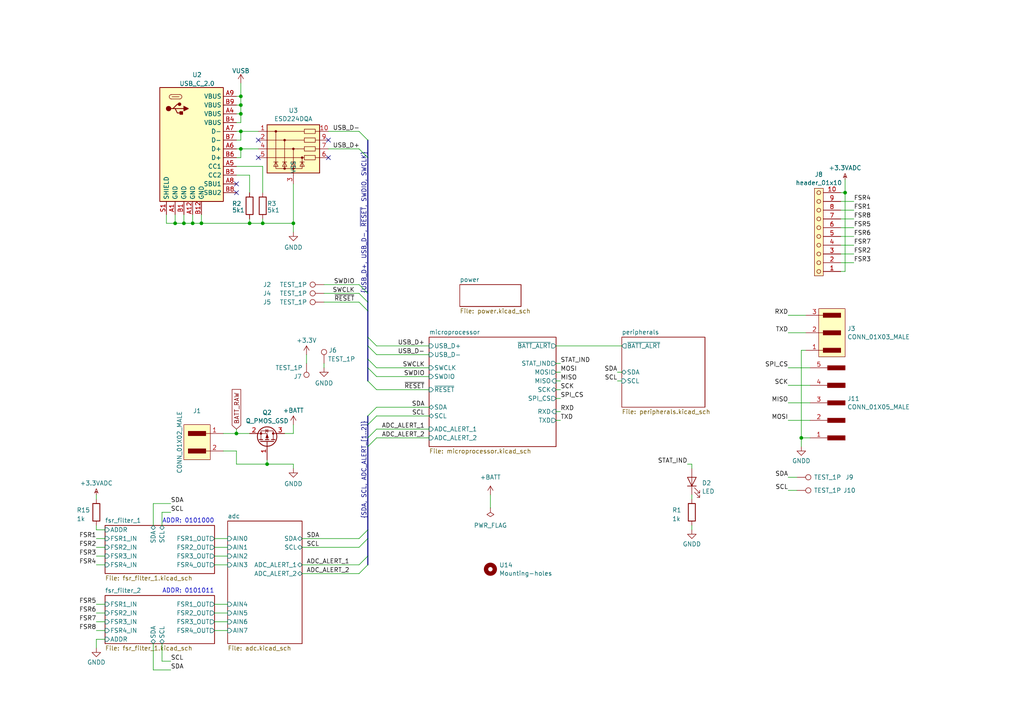
<source format=kicad_sch>
(kicad_sch (version 20231120) (generator "eeschema") (generator_version "8.0")
  (paper "A4")
  (lib_symbols
    (symbol "0.power-symbols:+3.3V" (power) (pin_names (offset 0))
      (property "Value" "+3.3V" (at 0 3.556 0))
      (symbol "+3.3V_0_1"
        (polyline (pts (xy -0.762 1.27) (xy 0 2.54)))
        (polyline (pts (xy 0 0) (xy 0 2.54)))
        (polyline (pts (xy 0 2.54) (xy 0.762 1.27)))
      )
      (symbol "+3.3V_1_1"
        (pin power_in line (at 0 0 90) (length 0) hide (name "+3V3") (number "1"))
      )
    )
    (symbol "0.power-symbols:+3.3VADC" (power) (pin_names (offset 0))
      (property "Value" "+3.3VADC" (at 0 2.54 0))
      (symbol "+3.3VADC_0_0"
        (pin power_in line (at 0 0 90) (length 0) hide (name "+3.3VADC") (number "1"))
      )
      (symbol "+3.3VADC_0_1"
        (polyline (pts (xy 0 0) (xy 0 1.016) (xy 0 1.016)))
        (polyline (pts (xy 0 1.016) (xy 0.508 0.508) (xy 0 1.778) (xy -0.508 0.508) (xy 0 1.016) (xy 0 1.016)))
      )
    )
    (symbol "0.power-symbols:+BATT" (power) (pin_names (offset 0))
      (property "Value" "+BATT" (at 0 3.556 0))
      (symbol "+BATT_0_1"
        (polyline (pts (xy -0.762 1.27) (xy 0 2.54)))
        (polyline (pts (xy 0 0) (xy 0 2.54)))
        (polyline (pts (xy 0 2.54) (xy 0.762 1.27)))
      )
      (symbol "+BATT_1_1"
        (pin power_in line (at 0 0 90) (length 0) hide (name "+BATT") (number "1"))
      )
    )
    (symbol "0.power-symbols:GNDD" (power) (pin_names (offset 0))
      (property "Value" "GNDD" (at 0 -3.81 0))
      (symbol "GNDD_0_1"
        (polyline (pts (xy 0 0) (xy 0 -1.27) (xy 1.27 -1.27) (xy 0 -2.54) (xy -1.27 -1.27) (xy 0 -1.27)))
      )
      (symbol "GNDD_1_1"
        (pin power_in line (at 0 0 270) (length 0) hide (name "GNDD") (number "1"))
      )
    )
    (symbol "0.power-symbols:PWR_FLAG" (power) (pin_numbers hide) (pin_names (offset 0) hide)
      (property "Value" "PWR_FLAG" (at 0 3.81 0))
      (symbol "PWR_FLAG_0_0"
        (pin power_out line (at 0 0 90) (length 0) (name "pwr") (number "1"))
      )
      (symbol "PWR_FLAG_0_1"
        (polyline (pts (xy 0 0) (xy 0 1.27) (xy -1.016 1.905) (xy 0 2.54) (xy 1.016 1.905) (xy 0 1.27)))
      )
    )
    (symbol "0.power-symbols:VUSB" (power) (pin_names (offset 0))
      (property "Value" "VUSB" (at 0 3.556 0))
      (symbol "VUSB_0_1"
        (polyline (pts (xy -0.762 1.27) (xy 0 2.54)))
        (polyline (pts (xy 0 0) (xy 0 2.54)))
        (polyline (pts (xy 0 2.54) (xy 0.762 1.27)))
      )
      (symbol "VUSB_1_1"
        (pin power_in line (at 0 0 90) (length 0) hide (name "VUSB") (number "1"))
      )
    )
    (symbol "1.semi.discrete:Q_PMOS_GSD" (pin_names (offset 0) hide)
      (property "Reference" "Q" (at 5.08 1.27 0))
      (property "Value" "Q_PMOS_GSD" (at 5.08 -1.27 0))
      (symbol "Q_PMOS_GSD_0_1"
        (polyline (pts (xy 0.0508 0) (xy 0.254 0)))
        (polyline (pts (xy 0.762 -1.778) (xy 2.54 -1.778)))
        (polyline (pts (xy 0.762 -1.27) (xy 0.762 -2.286)) (stroke (width 0.254)))
        (polyline (pts (xy 0.762 0) (xy 2.54 0)))
        (polyline (pts (xy 0.762 0.508) (xy 0.762 -0.508)) (stroke (width 0.254)))
        (polyline (pts (xy 0.762 1.778) (xy 2.54 1.778)))
        (polyline (pts (xy 0.762 2.286) (xy 0.762 1.27)) (stroke (width 0.254)))
        (polyline (pts (xy 2.54 -1.778) (xy 2.54 -2.54)))
        (polyline (pts (xy 2.54 -1.778) (xy 2.54 0)))
        (polyline (pts (xy 2.54 2.54) (xy 2.54 1.778)))
        (polyline (pts (xy 0.254 1.905) (xy 0.254 -1.905) (xy 0.254 -1.905)) (stroke (width 0.254)))
        (polyline (pts (xy 2.286 0) (xy 1.27 -0.381) (xy 1.27 0.381) (xy 2.286 0)) (fill (type outline)))
        (polyline (pts (xy 2.54 -1.778) (xy 3.302 -1.778) (xy 3.302 1.778) (xy 2.54 1.778)))
        (polyline (pts (xy 2.794 -0.508) (xy 2.921 -0.381) (xy 3.683 -0.381) (xy 3.81 -0.254)))
        (polyline (pts (xy 3.302 -0.381) (xy 2.921 0.254) (xy 3.683 0.254) (xy 3.302 -0.381)))
        (circle (center 1.651 0) (radius 2.8194) (stroke (width 0.254)))
        (circle (center 2.54 -1.778) (radius 0.2794) (fill (type outline)))
        (circle (center 2.54 1.778) (radius 0.2794) (fill (type outline)))
      )
      (symbol "Q_PMOS_GSD_1_1"
        (pin input line (at -5.08 0 0) (length 5.08) (name "G") (number "1"))
        (pin passive line (at 2.54 -5.08 90) (length 2.54) (name "S") (number "2"))
        (pin passive line (at 2.54 5.08 270) (length 2.54) (name "D") (number "3"))
      )
    )
    (symbol "1.semi.opto:LED" (pin_numbers hide) (pin_names (offset 1.016) hide)
      (property "Reference" "D" (at 0 2.54 0))
      (property "Value" "LED" (at 0 -2.54 0))
      (symbol "LED_0_1"
        (polyline (pts (xy -1.27 -1.27) (xy -1.27 1.27)) (stroke (width 0.2032)))
        (polyline (pts (xy -1.27 0) (xy 1.27 0)))
        (polyline (pts (xy 1.27 -1.27) (xy 1.27 1.27) (xy -1.27 0) (xy 1.27 -1.27)) (stroke (width 0.2032)))
        (polyline (pts (xy -3.048 -0.762) (xy -4.572 -2.286) (xy -3.81 -2.286) (xy -4.572 -2.286) (xy -4.572 -1.524)))
        (polyline (pts (xy -1.778 -0.762) (xy -3.302 -2.286) (xy -2.54 -2.286) (xy -3.302 -2.286) (xy -3.302 -1.524)))
      )
      (symbol "LED_1_1"
        (pin passive line (at -3.81 0 0) (length 2.54) (name "K") (number "1"))
        (pin passive line (at 3.81 0 180) (length 2.54) (name "A") (number "2"))
      )
    )
    (symbol "2.passive:R" (pin_numbers hide) (pin_names (offset 0))
      (property "Reference" "R" (at 2.032 0 90))
      (property "Value" "R" (at 0 0 90))
      (symbol "R_0_1"
        (rectangle (start -1.016 -2.54) (end 1.016 2.54) (stroke (width 0.254)))
      )
      (symbol "R_1_1"
        (pin passive line (at 0 3.81 270) (length 1.27) (name "~") (number "1"))
        (pin passive line (at 0 -3.81 90) (length 1.27) (name "~") (number "2"))
      )
    )
    (symbol "4.power.circuitProtection:ESD224DQA"
      (property "Reference" "U" (at 0 2.54 0))
      (property "Value" "ESD224DQA" (at 0 0 0))
      (symbol "ESD224DQA_0_0"
        (polyline (pts (xy -2.54 -13.335) (xy -2.54 -5.08)))
        (polyline (pts (xy 0 -7.62) (xy 0 -14.605)))
      )
      (symbol "ESD224DQA_0_1"
        (rectangle (start -7.62 -0.635) (end 7.62 -14.605) (stroke (width 0.254)) (fill (type background)))
        (circle (center -5.08 -2.54) (radius 0.2794) (fill (type outline)))
        (circle (center -2.54 -13.335) (radius 0.2794) (fill (type outline)))
        (circle (center -2.54 -5.08) (radius 0.2794) (fill (type outline)))
        (circle (center 0 -13.335) (radius 0.2794) (fill (type outline)))
        (circle (center 0 -7.62) (radius 0.2794) (fill (type outline)))
        (polyline (pts (xy -7.62 -10.16) (xy 3.175 -10.16)))
        (polyline (pts (xy -7.62 -7.62) (xy 1.27 -7.62)))
        (polyline (pts (xy -7.62 -5.08) (xy -5.08 -5.08)))
        (polyline (pts (xy -7.62 -2.54) (xy -7.62 -2.54)))
        (polyline (pts (xy -4.445 -11.43) (xy -5.715 -11.43)))
        (polyline (pts (xy -1.905 -11.43) (xy -3.175 -11.43)))
        (polyline (pts (xy 0 -14.605) (xy 0 -15.24)))
        (polyline (pts (xy 0.635 -11.43) (xy -0.635 -11.43)))
        (polyline (pts (xy 3.175 -11.43) (xy 1.905 -11.43)))
        (polyline (pts (xy 3.175 -7.62) (xy 1.27 -7.62)) (stroke (width 0.1524)))
        (polyline (pts (xy 3.175 -2.54) (xy -7.62 -2.54)) (stroke (width 0.1524)))
        (polyline (pts (xy 7.62 -10.16) (xy 6.35 -10.16)) (stroke (width 0.1524)))
        (polyline (pts (xy 7.62 -7.62) (xy 6.35 -7.62)) (stroke (width 0.1524)))
        (polyline (pts (xy 7.62 -5.08) (xy 6.35 -5.08)) (stroke (width 0.1524)))
        (polyline (pts (xy 7.62 -2.54) (xy 6.35 -2.54)) (stroke (width 0.1524)))
        (polyline (pts (xy -5.08 -2.54) (xy -5.08 -13.335) (xy 2.54 -13.335) (xy 2.54 -10.16)) (stroke (width 0.1524)))
        (polyline (pts (xy -4.445 -12.7) (xy -5.715 -12.7) (xy -5.08 -11.43) (xy -4.445 -12.7)))
        (polyline (pts (xy -1.905 -12.7) (xy -3.175 -12.7) (xy -2.54 -11.43) (xy -1.905 -12.7)))
        (polyline (pts (xy 0.635 -12.7) (xy -0.635 -12.7) (xy 0 -11.43) (xy 0.635 -12.7)))
        (polyline (pts (xy 3.175 -12.7) (xy 1.905 -12.7) (xy 2.54 -11.43) (xy 3.175 -12.7)))
        (polyline (pts (xy 3.175 -5.08) (xy 0 -5.08) (xy 0 -5.08) (xy -3.81 -5.08) (xy -3.81 -5.08) (xy -5.08 -5.08)) (stroke (width 0.1524)))
        (circle (center 2.54 -10.16) (radius 0.2794) (fill (type outline)))
        (rectangle (start 3.175 -9.525) (end 6.35 -10.795) (stroke (width 0.1524)))
        (rectangle (start 3.175 -6.985) (end 6.35 -8.255) (stroke (width 0.1524)))
        (rectangle (start 3.175 -4.445) (end 6.35 -5.715) (stroke (width 0.1524)))
        (rectangle (start 3.175 -1.905) (end 6.35 -3.175) (stroke (width 0.1524)))
      )
      (symbol "ESD224DQA_1_1"
        (pin passive line (at -10.16 -2.54 0) (length 2.54) (name "~") (number "1"))
        (pin passive line (at 10.16 -2.54 180) (length 2.54) (name "~") (number "10"))
        (pin passive line (at -10.16 -5.08 0) (length 2.54) (name "~") (number "2"))
        (pin power_in line (at 0 -17.78 90) (length 2.54) (name "VSS") (number "3"))
        (pin passive line (at -10.16 -7.62 0) (length 2.54) (name "~") (number "4"))
        (pin passive line (at -10.16 -10.16 0) (length 2.54) (name "~") (number "5"))
        (pin passive line (at 10.16 -10.16 180) (length 2.54) (name "~") (number "6"))
        (pin passive line (at 10.16 -7.62 180) (length 2.54) (name "~") (number "7"))
        (pin passive line (at 0 -17.78 90) (length 2.54) hide (name "VSS") (number "8"))
        (pin passive line (at 10.16 -5.08 180) (length 2.54) (name "~") (number "9"))
      )
    )
    (symbol "5.connector.interconnect.usb_dvi_hdmi:USB_C_2.0"
      (property "Reference" "U" (at 0 5.08 0))
      (property "Value" "USB_C_2.0" (at 0 2.54 0))
      (symbol "USB_C_2.0_0_1"
        (rectangle (start -10.795 0) (end 7.62 -33.02) (stroke (width 0.254)) (fill (type background)))
        (circle (center -8.255 -6.096) (radius 0.635) (stroke (width 0.254)) (fill (type outline)))
        (arc (start -7.493 -2.032) (mid -8.0701 -2.667) (end -7.493 -3.302))
        (circle (center -5.08 -4.826) (radius 0.381) (stroke (width 0.254)) (fill (type outline)))
        (arc (start -4.953 -3.302) (mid -4.3956 -2.667) (end -4.953 -2.032))
        (rectangle (start -4.191 -6.985) (end -4.953 -7.747) (stroke (width 0.254)) (fill (type outline)))
        (polyline (pts (xy -7.493 -3.302) (xy -4.953 -3.302)))
        (polyline (pts (xy -7.493 -2.032) (xy -4.953 -2.032)))
        (polyline (pts (xy -6.35 -6.096) (xy -3.81 -6.096)) (stroke (width 0.254)))
        (polyline (pts (xy -5.207 -2.667) (xy -7.239 -2.667)))
        (polyline (pts (xy -7.62 -6.096) (xy -6.985 -6.096) (xy -5.715 -4.826) (xy -5.08 -4.826)) (stroke (width 0.254)))
        (polyline (pts (xy -6.985 -6.096) (xy -6.35 -6.096) (xy -5.715 -7.366) (xy -4.445 -7.366)) (stroke (width 0.254)))
        (polyline (pts (xy -3.81 -5.461) (xy -3.81 -6.731) (xy -2.54 -6.096) (xy -3.81 -5.461)) (stroke (width 0.254)) (fill (type outline)))
      )
      (symbol "USB_C_2.0_1_1"
        (pin power_out line (at -6.35 -36.83 90) (length 3.81) (name "GND") (number "A1"))
        (pin passive line (at -1.27 -36.83 90) (length 3.81) (name "GND") (number "A12"))
        (pin passive line (at 11.43 -7.62 180) (length 3.81) (name "VBUS") (number "A4"))
        (pin passive line (at 11.43 -22.86 180) (length 3.81) (name "CC1") (number "A5"))
        (pin passive line (at 11.43 -17.78 180) (length 3.81) (name "D+") (number "A6"))
        (pin passive line (at 11.43 -12.7 180) (length 3.81) (name "D-") (number "A7"))
        (pin passive line (at 11.43 -27.94 180) (length 3.81) (name "SBU1") (number "A8"))
        (pin power_out line (at 11.43 -2.54 180) (length 3.81) (name "VBUS") (number "A9"))
        (pin passive line (at -3.81 -36.83 90) (length 3.81) (name "GND") (number "B1"))
        (pin passive line (at 1.27 -36.83 90) (length 3.81) (name "GND") (number "B12"))
        (pin passive line (at 11.43 -10.16 180) (length 3.81) (name "VBUS") (number "B4"))
        (pin passive line (at 11.43 -25.4 180) (length 3.81) (name "CC2") (number "B5"))
        (pin passive line (at 11.43 -20.32 180) (length 3.81) (name "D+") (number "B6"))
        (pin passive line (at 11.43 -15.24 180) (length 3.81) (name "D-") (number "B7"))
        (pin passive line (at 11.43 -30.48 180) (length 3.81) (name "SBU2") (number "B8"))
        (pin passive line (at 11.43 -5.08 180) (length 3.81) (name "VBUS") (number "B9"))
        (pin passive line (at -8.89 -36.83 90) (length 3.81) (name "SHIELD") (number "S1"))
      )
    )
    (symbol "5.connector.interconnect:CONN_01X02_MALE" (pin_names (offset 1.016) hide)
      (property "Reference" "J" (at 0 6.35 0))
      (property "Value" "CONN_01X02_MALE" (at 0 -6.35 0))
      (symbol "CONN_01X02_MALE_0_1"
        (rectangle (start -3.81 5.08) (end 3.81 -5.08) (fill (type background)))
        (rectangle (start -2.54 -1.905) (end 2.54 -3.175) (fill (type outline)))
        (rectangle (start -2.54 3.175) (end -2.54 3.175))
        (rectangle (start 2.54 3.175) (end -2.54 1.905) (fill (type outline)))
      )
      (symbol "CONN_01X02_MALE_1_1"
        (pin passive line (at 7.62 2.54 180) (length 5.08) (name "1") (number "1"))
        (pin passive line (at 7.62 -2.54 180) (length 5.08) (name "2") (number "2"))
      )
    )
    (symbol "5.connector.interconnect:CONN_01X03_MALE" (pin_names (offset 1.016) hide)
      (property "Reference" "J" (at 0 6.985 0))
      (property "Value" "CONN_01X03_MALE" (at 0.635 -6.985 0))
      (symbol "CONN_01X03_MALE_0_1"
        (rectangle (start -2.54 0.635) (end 2.54 -0.635) (fill (type outline)))
        (rectangle (start -2.54 5.715) (end -2.54 5.715))
        (rectangle (start 2.54 -4.445) (end -2.54 -5.715) (fill (type outline)))
        (rectangle (start 2.54 5.715) (end -2.54 4.445) (fill (type outline)))
      )
      (symbol "CONN_01X03_MALE_1_1"
        (rectangle (start -3.81 6.985) (end 3.81 -6.985) (fill (type background)))
        (pin passive line (at 7.62 5.08 180) (length 5.08) (name "1") (number "1"))
        (pin passive line (at 7.62 0 180) (length 5.08) (name "2") (number "2"))
        (pin passive line (at 7.62 -5.08 180) (length 5.08) (name "3") (number "3"))
      )
    )
    (symbol "5.connector.interconnect:CONN_01X05_MALE" (pin_names (offset 1.016) hide)
      (property "Reference" "J" (at 0 9.525 0))
      (property "Value" "CONN_01X05_MALE" (at 0 -15.24 0))
      (symbol "CONN_01X05_MALE_0_1"
        (rectangle (start -2.54 3.175) (end 2.54 1.905) (fill (type outline)))
        (rectangle (start -2.54 8.255) (end -2.54 8.255))
        (rectangle (start 2.54 -13.335) (end -2.54 -12.065) (fill (type outline)))
        (rectangle (start 2.54 -8.255) (end -2.54 -6.985) (fill (type outline)))
        (rectangle (start 2.54 -8.255) (end -2.54 -6.985) (fill (type outline)))
        (rectangle (start 2.54 -1.905) (end -2.54 -3.175) (fill (type outline)))
        (rectangle (start 2.54 8.255) (end -2.54 6.985) (fill (type outline)))
      )
      (symbol "CONN_01X05_MALE_1_1"
        (pin passive line (at 7.62 7.62 180) (length 5.08) (name "1") (number "1"))
        (pin passive line (at 7.62 2.54 180) (length 5.08) (name "2") (number "2"))
        (pin passive line (at 7.62 -2.54 180) (length 5.08) (name "3") (number "3"))
        (pin passive line (at 7.62 -7.62 180) (length 5.08) (name "4") (number "4"))
        (pin passive line (at 7.62 -12.7 180) (length 5.08) (name "5") (number "5"))
      )
    )
    (symbol "5.connector.interconnect:Mounting-holes"
      (property "Reference" "U" (at 0 5.08 0))
      (property "Value" "Mounting-holes" (at 0 3.81 0))
      (symbol "Mounting-holes_0_1"
        (circle (center 0 0) (radius 1.27) (stroke (width 1.27)))
      )
      (symbol "Mounting-holes_1_1"
        (pin no_connect line (at 2.54 0 180) (length 2.54) hide (name "") (number "1"))
      )
    )
    (symbol "5.connector.interconnect:TEST_1P" (pin_numbers hide) (pin_names (offset 0.762) hide)
      (property "Reference" "J" (at 0 6.858 0))
      (property "Value" "TEST_1P" (at 0 5.08 0))
      (symbol "TEST_1P_0_1"
        (circle (center 0 3.302) (radius 0.762))
      )
      (symbol "TEST_1P_1_1"
        (pin passive line (at 0 0 90) (length 2.54) (name "1") (number "1"))
      )
    )
    (symbol "5.connector.interconnect:header_01x10" (pin_names (offset 1.016))
      (property "Reference" "J" (at 0 13.97 0))
      (property "Value" "header_01x10" (at 0 -13.97 0))
      (symbol "header_01x10_0_1"
        (rectangle (start -1.27 12.7) (end 1.27 -12.7) (fill (type background)))
        (circle (center 0 -11.43) (radius 0.5588))
        (circle (center 0 -8.89) (radius 0.5588))
        (circle (center 0 -6.35) (radius 0.5588))
        (circle (center 0 -3.81) (radius 0.5588))
        (circle (center 0 -1.27) (radius 0.5588))
        (circle (center 0 1.27) (radius 0.5588))
        (circle (center 0 3.81) (radius 0.5588))
        (circle (center 0 6.35) (radius 0.5588))
        (circle (center 0 8.89) (radius 0.5588))
        (circle (center 0 11.43) (radius 0.5588))
      )
      (symbol "header_01x10_1_1"
        (pin passive line (at -6.35 11.43 0) (length 5.08) (name "~") (number "1"))
        (pin passive line (at -6.35 -11.43 0) (length 5.08) (name "~") (number "10"))
        (pin passive line (at -6.35 8.89 0) (length 5.08) (name "~") (number "2"))
        (pin passive line (at -6.35 6.35 0) (length 5.08) (name "~") (number "3"))
        (pin passive line (at -6.35 3.81 0) (length 5.08) (name "~") (number "4"))
        (pin passive line (at -6.35 1.27 0) (length 5.08) (name "~") (number "5"))
        (pin passive line (at -6.35 -1.27 0) (length 5.08) (name "~") (number "6"))
        (pin passive line (at -6.35 -3.81 0) (length 5.08) (name "~") (number "7"))
        (pin passive line (at -6.35 -6.35 0) (length 5.08) (name "~") (number "8"))
        (pin passive line (at -6.35 -8.89 0) (length 5.08) (name "~") (number "9"))
      )
    )
  )
  (junction (at 53.34 64.77))
  (junction (at 69.85 27.94))
  (junction (at 232.41 127))
  (junction (at 58.42 64.77))
  (junction (at 72.39 64.77))
  (junction (at 69.85 43.18))
  (junction (at 85.09 64.77))
  (junction (at 50.8 64.77))
  (junction (at 69.85 30.48))
  (junction (at 68.58 125.73))
  (junction (at 245.11 55.88))
  (junction (at 76.2 64.77))
  (junction (at 69.85 33.02))
  (junction (at 55.88 64.77))
  (junction (at 69.85 38.1))
  (junction (at 77.47 134.62))
  (no_connect (at 68.58 55.88))
  (no_connect (at 95.25 45.72))
  (no_connect (at 74.93 45.72))
  (no_connect (at 68.58 53.34))
  (no_connect (at 95.25 40.64))
  (no_connect (at 74.93 40.64))
  (bus_entry (at 106.68 85.09) (size -2.54 -2.54))
  (bus_entry (at 106.68 40.64) (size -2.54 -2.54))
  (bus_entry (at 109.22 102.87) (size -2.54 -2.54))
  (bus_entry (at 109.22 124.46) (size -2.54 2.54))
  (bus_entry (at 104.14 158.75) (size 2.54 -2.54))
  (bus_entry (at 104.14 156.21) (size 2.54 -2.54))
  (bus_entry (at 109.22 100.33) (size -2.54 -2.54))
  (bus_entry (at 109.22 113.03) (size -2.54 -2.54))
  (bus_entry (at 109.22 127) (size -2.54 2.54))
  (bus_entry (at 104.14 166.37) (size 2.54 -2.54))
  (bus_entry (at 106.68 45.72) (size -2.54 -2.54))
  (bus_entry (at 104.14 163.83) (size 2.54 -2.54))
  (bus_entry (at 109.22 109.22) (size -2.54 -2.54))
  (bus_entry (at 109.22 120.65) (size -2.54 2.54))
  (bus_entry (at 109.22 106.68) (size -2.54 -2.54))
  (bus_entry (at 109.22 118.11) (size -2.54 2.54))
  (bus_entry (at 106.68 87.63) (size -2.54 -2.54))
  (bus_entry (at 106.68 90.17) (size -2.54 -2.54))
  (wire (pts (xy 69.85 30.48) (xy 69.85 33.02)))
  (wire (pts (xy 27.94 175.26) (xy 30.48 175.26)))
  (wire (pts (xy 46.99 152.4) (xy 46.99 148.59)))
  (wire (pts (xy 228.6 138.43) (xy 231.14 138.43)))
  (wire (pts (xy 68.58 33.02) (xy 69.85 33.02)))
  (wire (pts (xy 62.23 182.88) (xy 66.04 182.88)))
  (wire (pts (xy 62.23 175.26) (xy 66.04 175.26)))
  (wire (pts (xy 243.84 63.5) (xy 247.65 63.5)))
  (wire (pts (xy 243.84 71.12) (xy 247.65 71.12)))
  (wire (pts (xy 62.23 161.29) (xy 66.04 161.29)))
  (wire (pts (xy 87.63 166.37) (xy 104.14 166.37)))
  (wire (pts (xy 55.88 64.77) (xy 58.42 64.77)))
  (wire (pts (xy 243.84 58.42) (xy 247.65 58.42)))
  (wire (pts (xy 27.94 143.51) (xy 27.94 144.78)))
  (bus (pts (xy 106.68 100.33) (xy 106.68 104.14)))
  (wire (pts (xy 62.23 180.34) (xy 66.04 180.34)))
  (bus (pts (xy 106.68 129.54) (xy 106.68 153.67)))
  (wire (pts (xy 76.2 63.5) (xy 76.2 64.77)))
  (bus (pts (xy 106.68 104.14) (xy 106.68 106.68)))
  (wire (pts (xy 228.6 91.44) (xy 233.68 91.44)))
  (wire (pts (xy 161.29 107.95) (xy 162.56 107.95)))
  (wire (pts (xy 161.29 100.33) (xy 180.34 100.33)))
  (wire (pts (xy 27.94 182.88) (xy 30.48 182.88)))
  (wire (pts (xy 53.34 64.77) (xy 55.88 64.77)))
  (wire (pts (xy 48.26 62.23) (xy 48.26 64.77)))
  (wire (pts (xy 46.99 148.59) (xy 49.53 148.59)))
  (bus (pts (xy 106.68 106.68) (xy 106.68 110.49)))
  (wire (pts (xy 93.98 87.63) (xy 104.14 87.63)))
  (bus (pts (xy 106.68 45.72) (xy 106.68 85.09)))
  (wire (pts (xy 161.29 113.03) (xy 162.56 113.03)))
  (wire (pts (xy 161.29 105.41) (xy 162.56 105.41)))
  (wire (pts (xy 109.22 100.33) (xy 124.46 100.33)))
  (wire (pts (xy 85.09 64.77) (xy 85.09 67.31)))
  (wire (pts (xy 76.2 55.88) (xy 76.2 48.26)))
  (wire (pts (xy 87.63 158.75) (xy 104.14 158.75)))
  (wire (pts (xy 200.66 143.51) (xy 200.66 144.78)))
  (wire (pts (xy 55.88 62.23) (xy 55.88 64.77)))
  (wire (pts (xy 68.58 50.8) (xy 72.39 50.8)))
  (wire (pts (xy 50.8 62.23) (xy 50.8 64.77)))
  (wire (pts (xy 64.77 125.73) (xy 68.58 125.73)))
  (wire (pts (xy 245.11 55.88) (xy 245.11 52.07)))
  (wire (pts (xy 228.6 142.24) (xy 231.14 142.24)))
  (wire (pts (xy 243.84 68.58) (xy 247.65 68.58)))
  (wire (pts (xy 232.41 127) (xy 234.95 127)))
  (wire (pts (xy 243.84 78.74) (xy 245.11 78.74)))
  (wire (pts (xy 109.22 113.03) (xy 124.46 113.03)))
  (wire (pts (xy 243.84 66.04) (xy 247.65 66.04)))
  (wire (pts (xy 76.2 64.77) (xy 85.09 64.77)))
  (wire (pts (xy 69.85 40.64) (xy 69.85 38.1)))
  (bus (pts (xy 106.68 40.64) (xy 106.68 45.72)))
  (wire (pts (xy 68.58 48.26) (xy 76.2 48.26)))
  (wire (pts (xy 93.98 82.55) (xy 104.14 82.55)))
  (wire (pts (xy 234.95 111.76) (xy 228.6 111.76)))
  (wire (pts (xy 72.39 64.77) (xy 76.2 64.77)))
  (wire (pts (xy 72.39 63.5) (xy 72.39 64.77)))
  (wire (pts (xy 72.39 55.88) (xy 72.39 50.8)))
  (wire (pts (xy 68.58 134.62) (xy 68.58 130.81)))
  (bus (pts (xy 106.68 87.63) (xy 106.68 90.17)))
  (wire (pts (xy 109.22 118.11) (xy 124.46 118.11)))
  (wire (pts (xy 27.94 161.29) (xy 30.48 161.29)))
  (wire (pts (xy 68.58 134.62) (xy 77.47 134.62)))
  (wire (pts (xy 85.09 53.34) (xy 85.09 64.77)))
  (wire (pts (xy 85.09 135.89) (xy 85.09 134.62)))
  (wire (pts (xy 232.41 129.54) (xy 232.41 127)))
  (wire (pts (xy 62.23 177.8) (xy 66.04 177.8)))
  (wire (pts (xy 68.58 45.72) (xy 69.85 45.72)))
  (wire (pts (xy 243.84 55.88) (xy 245.11 55.88)))
  (wire (pts (xy 234.95 116.84) (xy 228.6 116.84)))
  (wire (pts (xy 69.85 45.72) (xy 69.85 43.18)))
  (wire (pts (xy 109.22 102.87) (xy 124.46 102.87)))
  (bus (pts (xy 106.68 161.29) (xy 106.68 163.83)))
  (wire (pts (xy 69.85 35.56) (xy 69.85 33.02)))
  (wire (pts (xy 68.58 125.73) (xy 72.39 125.73)))
  (wire (pts (xy 49.53 191.77) (xy 46.99 191.77)))
  (wire (pts (xy 44.45 194.31) (xy 44.45 186.69)))
  (wire (pts (xy 243.84 60.96) (xy 247.65 60.96)))
  (wire (pts (xy 62.23 163.83) (xy 66.04 163.83)))
  (wire (pts (xy 161.29 115.57) (xy 162.56 115.57)))
  (wire (pts (xy 161.29 110.49) (xy 162.56 110.49)))
  (wire (pts (xy 243.84 73.66) (xy 247.65 73.66)))
  (wire (pts (xy 58.42 62.23) (xy 58.42 64.77)))
  (bus (pts (xy 106.68 123.19) (xy 106.68 120.65)))
  (wire (pts (xy 27.94 153.67) (xy 27.94 152.4)))
  (wire (pts (xy 93.98 85.09) (xy 104.14 85.09)))
  (wire (pts (xy 68.58 27.94) (xy 69.85 27.94)))
  (bus (pts (xy 106.68 85.09) (xy 106.68 87.63)))
  (wire (pts (xy 179.07 107.95) (xy 180.34 107.95)))
  (wire (pts (xy 109.22 127) (xy 124.46 127)))
  (wire (pts (xy 87.63 163.83) (xy 104.14 163.83)))
  (wire (pts (xy 200.66 152.4) (xy 200.66 153.67)))
  (wire (pts (xy 27.94 177.8) (xy 30.48 177.8)))
  (wire (pts (xy 27.94 158.75) (xy 30.48 158.75)))
  (wire (pts (xy 77.47 134.62) (xy 77.47 133.35)))
  (wire (pts (xy 179.07 110.49) (xy 180.34 110.49)))
  (wire (pts (xy 69.85 24.13) (xy 69.85 27.94)))
  (wire (pts (xy 27.94 180.34) (xy 30.48 180.34)))
  (wire (pts (xy 243.84 76.2) (xy 247.65 76.2)))
  (wire (pts (xy 161.29 121.92) (xy 162.56 121.92)))
  (wire (pts (xy 53.34 62.23) (xy 53.34 64.77)))
  (bus (pts (xy 106.68 127) (xy 106.68 129.54)))
  (bus (pts (xy 106.68 156.21) (xy 106.68 161.29)))
  (wire (pts (xy 88.9 102.87) (xy 88.9 105.41)))
  (wire (pts (xy 85.09 134.62) (xy 77.47 134.62)))
  (wire (pts (xy 58.42 64.77) (xy 72.39 64.77)))
  (bus (pts (xy 106.68 153.67) (xy 106.68 156.21)))
  (wire (pts (xy 27.94 163.83) (xy 30.48 163.83)))
  (wire (pts (xy 68.58 35.56) (xy 69.85 35.56)))
  (wire (pts (xy 27.94 187.96) (xy 27.94 185.42)))
  (wire (pts (xy 62.23 156.21) (xy 66.04 156.21)))
  (wire (pts (xy 50.8 64.77) (xy 53.34 64.77)))
  (wire (pts (xy 109.22 120.65) (xy 124.46 120.65)))
  (wire (pts (xy 109.22 124.46) (xy 124.46 124.46)))
  (wire (pts (xy 68.58 30.48) (xy 69.85 30.48)))
  (wire (pts (xy 68.58 40.64) (xy 69.85 40.64)))
  (wire (pts (xy 68.58 124.46) (xy 68.58 125.73)))
  (wire (pts (xy 109.22 109.22) (xy 124.46 109.22)))
  (wire (pts (xy 69.85 38.1) (xy 74.93 38.1)))
  (wire (pts (xy 95.25 43.18) (xy 104.14 43.18)))
  (wire (pts (xy 87.63 156.21) (xy 104.14 156.21)))
  (wire (pts (xy 245.11 55.88) (xy 245.11 78.74)))
  (wire (pts (xy 142.24 143.51) (xy 142.24 147.32)))
  (wire (pts (xy 68.58 130.81) (xy 64.77 130.81)))
  (wire (pts (xy 27.94 156.21) (xy 30.48 156.21)))
  (wire (pts (xy 234.95 121.92) (xy 228.6 121.92)))
  (bus (pts (xy 106.68 127) (xy 106.68 123.19)))
  (wire (pts (xy 93.98 105.41) (xy 93.98 106.68)))
  (wire (pts (xy 68.58 43.18) (xy 69.85 43.18)))
  (wire (pts (xy 44.45 146.05) (xy 44.45 152.4)))
  (wire (pts (xy 228.6 96.52) (xy 233.68 96.52)))
  (wire (pts (xy 82.55 125.73) (xy 85.09 125.73)))
  (wire (pts (xy 46.99 191.77) (xy 46.99 186.69)))
  (wire (pts (xy 49.53 194.31) (xy 44.45 194.31)))
  (wire (pts (xy 69.85 43.18) (xy 74.93 43.18)))
  (wire (pts (xy 68.58 38.1) (xy 69.85 38.1)))
  (wire (pts (xy 69.85 27.94) (xy 69.85 30.48)))
  (wire (pts (xy 27.94 185.42) (xy 30.48 185.42)))
  (wire (pts (xy 48.26 64.77) (xy 50.8 64.77)))
  (wire (pts (xy 49.53 146.05) (xy 44.45 146.05)))
  (wire (pts (xy 62.23 158.75) (xy 66.04 158.75)))
  (bus (pts (xy 106.68 97.79) (xy 106.68 100.33)))
  (wire (pts (xy 109.22 106.68) (xy 124.46 106.68)))
  (wire (pts (xy 232.41 101.6) (xy 232.41 127)))
  (wire (pts (xy 95.25 38.1) (xy 104.14 38.1)))
  (wire (pts (xy 234.95 106.68) (xy 228.6 106.68)))
  (wire (pts (xy 233.68 101.6) (xy 232.41 101.6)))
  (wire (pts (xy 30.48 153.67) (xy 27.94 153.67)))
  (wire (pts (xy 200.66 134.62) (xy 200.66 135.89)))
  (wire (pts (xy 85.09 125.73) (xy 85.09 123.19)))
  (wire (pts (xy 161.29 119.38) (xy 162.56 119.38)))
  (wire (pts (xy 199.39 134.62) (xy 200.66 134.62)))
  (bus (pts (xy 106.68 90.17) (xy 106.68 97.79)))
  (text "ADDR: 0101011" (at 54.61 171.45 0) (effects (font (size 1.27 1.27))))
  (text "ADDR: 0101000\n" (at 54.61 151.13 0) (effects (font (size 1.27 1.27))))
  (label "TXD" (at 228.6 96.52 180))
  (label "FSR8" (at 247.65 63.5 0))
  (label "MISO" (at 162.56 110.49 0))
  (label "FSR2" (at 247.65 73.66 0))
  (label "SWCLK" (at 102.87 85.09 180))
  (label "FSR7" (at 27.94 180.34 180))
  (label "FSR1" (at 247.65 60.96 0))
  (label "{USB_D+, USB_D-, ~{RESET}, SWDIO, SWCLK}" (at 106.68 85.09 90))
  (label "SDA" (at 179.07 107.95 180))
  (label "FSR6" (at 27.94 177.8 180))
  (label "SDA" (at 123.19 118.11 180))
  (label "USB_D-" (at 96.52 38.1 0))
  (label "SPI_CS" (at 228.6 106.68 180))
  (label "SWDIO" (at 102.87 82.55 180))
  (label "FSR5" (at 27.94 175.26 180))
  (label "SCL" (at 49.53 148.59 0))
  (label "MISO" (at 228.6 116.84 180))
  (label "SPI_CS" (at 162.56 115.57 0))
  (label "FSR2" (at 27.94 158.75 180))
  (label "ADC_ALERT_2" (at 88.9 166.37 0))
  (label "SCL" (at 123.19 120.65 180))
  (label "SCL" (at 88.9 158.75 0))
  (label "FSR3" (at 27.94 161.29 180))
  (label "FSR8" (at 27.94 182.88 180))
  (label "RXD" (at 228.6 91.44 180))
  (label "FSR3" (at 247.65 76.2 0))
  (label "SDA" (at 228.6 138.43 180))
  (label "SWDIO" (at 123.19 109.22 180))
  (label "{SDA, SCL, ADC_ALERT_[1..2]}" (at 106.68 121.92 270))
  (label "FSR1" (at 27.94 156.21 180))
  (label "USB_D+" (at 123.19 100.33 180))
  (label "ADC_ALERT_1" (at 88.9 163.83 0))
  (label "MOSI" (at 162.56 107.95 0))
  (label "SCL" (at 179.07 110.49 180))
  (label "ADC_ALERT_2" (at 123.19 127 180))
  (label "USB_D+" (at 96.52 43.18 0))
  (label "SDA" (at 49.53 146.05 0))
  (label "FSR7" (at 247.65 71.12 0))
  (label "SDA" (at 88.9 156.21 0))
  (label "~{RESET}" (at 123.19 113.03 180))
  (label "~{RESET}" (at 102.87 87.63 180))
  (label "SCL" (at 228.6 142.24 180))
  (label "FSR5" (at 247.65 66.04 0))
  (label "ADC_ALERT_1" (at 123.19 124.46 180))
  (label "FSR4" (at 247.65 58.42 0))
  (label "SCL" (at 49.53 191.77 0))
  (label "FSR4" (at 27.94 163.83 180))
  (label "STAT_IND" (at 199.39 134.62 180))
  (label "RXD" (at 162.56 119.38 0))
  (label "SCK" (at 162.56 113.03 0))
  (label "SDA" (at 49.53 194.31 0))
  (label "FSR6" (at 247.65 68.58 0))
  (label "TXD" (at 162.56 121.92 0))
  (label "MOSI" (at 228.6 121.92 180))
  (label "SCK" (at 228.6 111.76 180))
  (label "USB_D-" (at 123.19 102.87 180))
  (label "STAT_IND" (at 162.56 105.41 0))
  (label "SWCLK" (at 123.19 106.68 180))
  (global_label "BATT_RAW" (shape input) (at 68.58 124.46 90) (property "Intersheetrefs" "${INTERSHEET_REFS}" (effects (hide yes))))
  (symbol (lib_id "5.connector.interconnect:TEST_1P") (at 231.14 142.24 270) (unit 1)
    (property "Reference" "J10" (at 246.38 142.24 90))
    (property "Value" "TEST_1P" (at 240.03 142.24 90))
    (property "Footprint" "0_misc:test_point_1.0mm_square" (effects (hide yes)))
    (property "Description" "point" (effects (hide yes)))
  )
  (symbol (lib_id "0.power-symbols:+3.3VADC") (at 27.94 143.51 0) (unit 1)
    (property "Reference" "#PWR084" (effects (hide yes)))
    (property "Value" "+3.3VADC" (at 27.94 140.1389 0))
  )
  (symbol (lib_id "0.power-symbols:+3.3V") (at 88.9 102.87 0) (unit 1)
    (property "Reference" "#PWR075" (effects (hide yes)))
    (property "Value" "+3.3V" (at 88.9 98.7369 0))
  )
  (symbol (lib_id "5.connector.interconnect:Mounting-holes") (at 142.24 165.1 90) (unit 1)
    (property "Reference" "U14" (at 144.78 163.8878 90) (effects (justify right)))
    (property "Value" "Mounting-holes" (at 144.78 166.3121 90) (effects (justify right)))
    (property "Footprint" "0_misc:plated_hole_2.0x2.5mm" (effects (hide yes)))
  )
  (symbol (lib_id "0.power-symbols:+BATT") (at 142.24 143.51 0) (unit 1)
    (property "Reference" "#PWR072" (effects (hide yes)))
    (property "Value" "+BATT" (at 142.24 138.43 0))
  )
  (symbol (lib_id "0.power-symbols:+BATT") (at 85.09 123.19 0) (unit 1)
    (property "Reference" "#PWR013" (effects (hide yes)))
    (property "Value" "+BATT" (at 85.09 119.0569 0))
  )
  (symbol (lib_id "0.power-symbols:GNDD") (at 93.98 106.68 0) (unit 1)
    (property "Reference" "#PWR028" (effects (hide yes)))
    (property "Value" "GNDD" (at 93.98 111.1234 0))
  )
  (symbol (lib_id "4.power.circuitProtection:ESD224DQA") (at 85.09 35.56 0) (unit 1)
    (property "Reference" "U3" (at 85.09 32.0505 0))
    (property "Value" "ESD224DQA" (at 85.09 34.4748 0))
    (property "Footprint" "1_Semi_QFN:Diodes_UDFN-10_1.0x2.5mm_P0.5mm" (effects (hide yes)))
    (property "PN" "3,9" (effects (hide yes)))
  )
  (symbol (lib_id "0.power-symbols:GNDD") (at 85.09 135.89 0) (unit 1)
    (property "Reference" "#PWR050" (effects (hide yes)))
    (property "Value" "GNDD" (at 85.09 140.3334 0))
  )
  (symbol (lib_id "5.connector.interconnect:TEST_1P") (at 231.14 138.43 270) (unit 1)
    (property "Reference" "J9" (at 246.38 138.43 90))
    (property "Value" "TEST_1P" (at 240.03 138.43 90))
    (property "Footprint" "0_misc:test_point_1.0mm_square" (effects (hide yes)))
    (property "Description" "point" (effects (hide yes)))
  )
  (symbol (lib_id "2.passive:R") (at 27.94 148.59 0) (unit 1)
    (property "Reference" "R15" (at 22.225 147.955 0) (effects (justify left)))
    (property "Value" "1k" (at 22.225 150.495 0) (effects (justify left)))
    (property "Footprint" "2_Passives_Resistors_SMD_IPC:R_1608_603_B" (effects (hide yes)))
    (property "PN" "1,23" (effects (hide yes)))
    (property "MPN" "C2984405" (effects (hide yes)))
  )
  (symbol (lib_id "5.connector.interconnect:CONN_01X03_MALE") (at 241.3 96.52 180) (unit 1)
    (property "Reference" "J3" (at 245.745 95.3078 0) (effects (justify right)))
    (property "Value" "CONN_01X03_MALE" (at 245.745 97.7321 0) (effects (justify right)))
    (property "Footprint" "footprint:JST_BM03B_GHS_TB" (effects (hide yes)))
    (property "MPN" "C514175" (effects (hide yes)))
  )
  (symbol (lib_id "5.connector.interconnect:TEST_1P") (at 88.9 105.41 180) (unit 1)
    (property "Reference" "J7" (at 86.36 109.22 0))
    (property "Value" "TEST_1P" (at 83.82 106.68 0))
    (property "Footprint" "0_misc:test_point_1.0mm_square" (effects (hide yes)))
    (property "Description" "point" (effects (hide yes)))
  )
  (symbol (lib_id "0.power-symbols:+3.3VADC") (at 245.11 52.07 0) (unit 1)
    (property "Reference" "#PWR053" (effects (hide yes)))
    (property "Value" "+3.3VADC" (at 245.11 48.6989 0))
  )
  (symbol (lib_id "2.passive:R") (at 200.66 148.59 0) (unit 1)
    (property "Reference" "R1" (at 194.945 147.955 0) (effects (justify left)))
    (property "Value" "1k" (at 194.945 150.495 0) (effects (justify left)))
    (property "Footprint" "2_Passives_Resistors_SMD_IPC:R_1608_603_B" (effects (hide yes)))
    (property "PN" "1,23" (effects (hide yes)))
    (property "MPN" "C2984405" (effects (hide yes)))
  )
  (symbol (lib_id "5.connector.interconnect.usb_dvi_hdmi:USB_C_2.0") (at 57.15 25.4 0) (unit 1)
    (property "Reference" "U2" (at 57.15 21.7002 0))
    (property "Value" "USB_C_2.0" (at 57.15 24.2371 0))
    (property "Footprint" "5_Connectors_misc:USB_C_XKB_U262-16XN-4BVC11" (effects (hide yes)))
    (property "Datasheet" "https://www.cuidevices.com/product/resource/uj31-ch-3-smt-tr.pdf" (effects (hide yes)))
    (property "MPN" "C165948" (effects (hide yes)))
  )
  (symbol (lib_id "5.connector.interconnect:TEST_1P") (at 93.98 82.55 90) (unit 1)
    (property "Reference" "J2" (at 77.47 82.55 90))
    (property "Value" "TEST_1P" (at 85.09 82.55 90))
    (property "Footprint" "0_misc:test_point_1.0mm_square" (effects (hide yes)))
    (property "Description" "point" (effects (hide yes)))
  )
  (symbol (lib_id "5.connector.interconnect:TEST_1P") (at 93.98 85.09 90) (unit 1)
    (property "Reference" "J4" (at 77.47 85.09 90))
    (property "Value" "TEST_1P" (at 85.09 85.09 90))
    (property "Footprint" "0_misc:test_point_1.0mm_square" (effects (hide yes)))
    (property "Description" "point" (effects (hide yes)))
  )
  (symbol (lib_id "0.power-symbols:PWR_FLAG") (at 142.24 147.32 180) (unit 1)
    (property "Reference" "#FLG02" (effects (hide yes)))
    (property "Value" "PWR_FLAG" (at 142.24 152.4 0))
  )
  (symbol (lib_id "0.power-symbols:GNDD") (at 232.41 129.54 0) (unit 1)
    (property "Reference" "#PWR076" (effects (hide yes)))
    (property "Value" "GNDD" (at 232.41 133.6731 0))
  )
  (symbol (lib_id "0.power-symbols:GNDD") (at 27.94 187.96 0) (unit 1)
    (property "Reference" "#PWR064" (effects (hide yes)))
    (property "Value" "GNDD" (at 27.94 192.0931 0))
  )
  (symbol (lib_id "1.semi.discrete:Q_PMOS_GSD") (at 77.47 128.27 270) (mirror x) (unit 1)
    (property "Reference" "Q2" (at 77.47 119.6551 90))
    (property "Value" "Q_PMOS_GSD" (at 77.47 122.0794 90))
    (property "Footprint" "1_Semi_TO_SOT:SOT-23" (effects (hide yes)))
    (property "Description" "P-MOSFET transistor, gate/source/drain" (effects (hide yes)))
    (property "MPN" "C727156" (effects (hide yes)))
  )
  (symbol (lib_id "0.power-symbols:GNDD") (at 200.66 153.67 0) (unit 1)
    (property "Reference" "#PWR04" (effects (hide yes)))
    (property "Value" "GNDD" (at 200.66 157.8031 0))
  )
  (symbol (lib_id "2.passive:R") (at 76.2 59.69 0) (unit 1)
    (property "Reference" "R3" (at 77.47 59.055 0) (effects (justify left)))
    (property "Value" "5k1" (at 77.47 60.96 0) (effects (justify left)))
    (property "Footprint" "2_Passives_Resistors_SMD_IPC:R_1608_603_B" (effects (hide yes)))
    (property "MPN" "C23186" (effects (hide yes)))
  )
  (symbol (lib_id "1.semi.opto:LED") (at 200.66 139.7 90) (unit 1)
    (property "Reference" "D2" (at 203.581 140.088 90) (effects (justify right)))
    (property "Value" "LED" (at 203.581 142.5123 90) (effects (justify right)))
    (property "Footprint" "1_Semi_Discrete_Diodes_SMD:D_0603" (effects (hide yes)))
    (property "Description" "Light emitting diode" (effects (hide yes)))
    (property "PN" "3,7" (effects (hide yes)))
    (property "MPN" "C94869" (effects (hide yes)))
  )
  (symbol (lib_id "5.connector.interconnect:header_01x10") (at 237.49 67.31 180) (unit 1)
    (property "Reference" "J8" (at 237.49 50.5925 0))
    (property "Value" "header_01x10" (at 237.49 53.0168 0))
    (property "Footprint" "footprint:fsr_connector" (effects (hide yes)))
  )
  (symbol (lib_id "5.connector.interconnect:TEST_1P") (at 93.98 87.63 90) (unit 1)
    (property "Reference" "J5" (at 77.47 87.63 90))
    (property "Value" "TEST_1P" (at 85.09 87.63 90))
    (property "Footprint" "0_misc:test_point_1.0mm_square" (effects (hide yes)))
    (property "Description" "point" (effects (hide yes)))
  )
  (symbol (lib_id "2.passive:R") (at 72.39 59.69 180) (unit 1)
    (property "Reference" "R2" (at 67.31 59.055 0) (effects (justify right)))
    (property "Value" "5k1" (at 67.31 60.96 0) (effects (justify right)))
    (property "Footprint" "2_Passives_Resistors_SMD_IPC:R_1608_603_B" (effects (hide yes)))
    (property "MPN" "C23186" (effects (hide yes)))
  )
  (symbol (lib_id "5.connector.interconnect:CONN_01X05_MALE") (at 242.57 119.38 180) (unit 1)
    (property "Reference" "J11" (at 245.745 115.6278 0) (effects (justify right)))
    (property "Value" "CONN_01X05_MALE" (at 245.745 118.0521 0) (effects (justify right)))
    (property "Footprint" "footprint:JST_SM05B" (effects (hide yes)))
    (property "MPN" "C189896" (effects (hide yes)))
  )
  (symbol (lib_id "5.connector.interconnect:CONN_01X02_MALE") (at 57.15 128.27 0) (unit 1)
    (property "Reference" "J1" (at 57.15 119.1725 0))
    (property "Value" "CONN_01X02_MALE" (at 52.07 128.27 90))
    (property "Footprint" "5_Connectors_JST:JST_PH_S2B-PH-SM4-TB_1x02-1MP_P2.00mm_Horizontal" (effects (hide yes)))
    (property "PN" "8,7" (effects (hide yes)))
    (property "MPN" "C295747" (effects (hide yes)))
  )
  (symbol (lib_id "0.power-symbols:GNDD") (at 85.09 67.31 0) (unit 1)
    (property "Reference" "#PWR012" (effects (hide yes)))
    (property "Value" "GNDD" (at 85.09 71.7534 0))
  )
  (symbol (lib_id "5.connector.interconnect:TEST_1P") (at 93.98 105.41 0) (unit 1)
    (property "Reference" "J6" (at 96.52 101.6 0))
    (property "Value" "TEST_1P" (at 99.06 104.14 0))
    (property "Footprint" "0_misc:test_point_1.0mm_square" (effects (hide yes)))
    (property "Description" "point" (effects (hide yes)))
  )
  (symbol (lib_id "0.power-symbols:VUSB") (at 69.85 24.13 0) (unit 1)
    (property "Reference" "#PWR011" (effects (hide yes)))
    (property "Value" "VUSB" (at 69.85 20.5542 0))
  )
  (sheet (at 30.48 152.4) (size 31.75 13.97) (stroke (width 0.1524))
    (property "Sheetname" "fsr_filter_1" (at 30.48 151.6884 0) (effects (justify left bottom)))
    (property "Sheetfile" "fsr_filter_1.kicad_sch" (at 30.48 166.9546 0) (effects (justify left top)))
    (pin "FSR2_OUT" output (at 62.23 158.75 0))
    (pin "FSR1_OUT" output (at 62.23 156.21 0))
    (pin "FSR3_OUT" output (at 62.23 161.29 0))
    (pin "FSR4_OUT" output (at 62.23 163.83 0))
    (pin "FSR2_IN" input (at 30.48 158.75 180))
    (pin "FSR1_IN" input (at 30.48 156.21 180))
    (pin "FSR4_IN" input (at 30.48 163.83 180))
    (pin "FSR3_IN" input (at 30.48 161.29 180))
    (pin "SDA" bidirectional (at 44.45 152.4 90))
    (pin "SCL" bidirectional (at 46.99 152.4 90))
    (pin "ADDR" input (at 30.48 153.67 180))
  )
  (sheet (at 133.35 82.55) (size 17.78 6.35) (stroke (width 0.1524))
    (property "Sheetname" "power" (at 133.35 81.8384 0) (effects (justify left bottom)))
    (property "Sheetfile" "power.kicad_sch" (at 133.35 89.4846 0) (effects (justify left top)))
  )
  (sheet (at 124.46 97.79) (size 36.83 31.75) (stroke (width 0.1524))
    (property "Sheetname" "microprocessor" (at 124.46 97.0784 0) (effects (justify left bottom)))
    (property "Sheetfile" "microprocessor.kicad_sch" (at 124.46 130.1246 0) (effects (justify left top)))
    (pin "SCL" bidirectional (at 124.46 120.65 180))
    (pin "SDA" bidirectional (at 124.46 118.11 180))
    (pin "USB_D-" input (at 124.46 102.87 180))
    (pin "SWCLK" input (at 124.46 106.68 180))
    (pin "SWDIO" input (at 124.46 109.22 180))
    (pin "USB_D+" input (at 124.46 100.33 180))
    (pin "ADC_ALERT_1" input (at 124.46 124.46 180))
    (pin "ADC_ALERT_2" input (at 124.46 127 180))
    (pin "~{RESET}" input (at 124.46 113.03 180))
    (pin "MISO" input (at 161.29 110.49 0))
    (pin "MOSI" output (at 161.29 107.95 0))
    (pin "SCK" bidirectional (at 161.29 113.03 0))
    (pin "~{BATT_ALRT}" output (at 161.29 100.33 0))
    (pin "TXD" output (at 161.29 121.92 0))
    (pin "SPI_CS" output (at 161.29 115.57 0))
    (pin "RXD" input (at 161.29 119.38 0))
    (pin "STAT_IND" output (at 161.29 105.41 0))
  )
  (sheet (at 30.48 172.72) (size 31.75 13.97) (stroke (width 0.1524))
    (property "Sheetname" "fsr_filter_2" (at 30.48 172.0084 0) (effects (justify left bottom)))
    (property "Sheetfile" "fsr_filter_1.kicad_sch" (at 30.48 187.2746 0) (effects (justify left top)))
    (pin "FSR2_OUT" output (at 62.23 177.8 0))
    (pin "FSR1_OUT" output (at 62.23 175.26 0))
    (pin "FSR3_OUT" output (at 62.23 180.34 0))
    (pin "FSR4_OUT" output (at 62.23 182.88 0))
    (pin "FSR2_IN" input (at 30.48 177.8 180))
    (pin "FSR1_IN" input (at 30.48 175.26 180))
    (pin "FSR4_IN" input (at 30.48 182.88 180))
    (pin "FSR3_IN" input (at 30.48 180.34 180))
    (pin "SDA" bidirectional (at 44.45 186.69 270))
    (pin "SCL" bidirectional (at 46.99 186.69 270))
    (pin "ADDR" input (at 30.48 185.42 180))
  )
  (sheet (at 180.34 97.79) (size 24.13 20.32) (stroke (width 0.1524))
    (property "Sheetname" "peripherals" (at 180.34 97.0784 0) (effects (justify left bottom)))
    (property "Sheetfile" "peripherals.kicad_sch" (at 180.34 118.6946 0) (effects (justify left top)))
    (pin "SDA" bidirectional (at 180.34 107.95 180))
    (pin "SCL" input (at 180.34 110.49 180))
    (pin "~{BATT_ALRT}" output (at 180.34 100.33 180))
  )
  (sheet (at 66.04 151.13) (size 21.59 35.56) (stroke (width 0.1524))
    (property "Sheetname" "adc" (at 66.04 150.4184 0) (effects (justify left bottom)))
    (property "Sheetfile" "adc.kicad_sch" (at 66.04 187.2746 0) (effects (justify left top)))
    (pin "AIN3" input (at 66.04 163.83 180))
    (pin "AIN2" input (at 66.04 161.29 180))
    (pin "AIN0" input (at 66.04 156.21 180))
    (pin "AIN1" input (at 66.04 158.75 180))
    (pin "SDA" bidirectional (at 87.63 156.21 0))
    (pin "SCL" bidirectional (at 87.63 158.75 0))
    (pin "AIN6" input (at 66.04 180.34 180))
    (pin "AIN7" input (at 66.04 182.88 180))
    (pin "AIN4" input (at 66.04 175.26 180))
    (pin "AIN5" input (at 66.04 177.8 180))
    (pin "ADC_ALERT_1" bidirectional (at 87.63 163.83 0))
    (pin "ADC_ALERT_2" bidirectional (at 87.63 166.37 0))
  )
)
</source>
